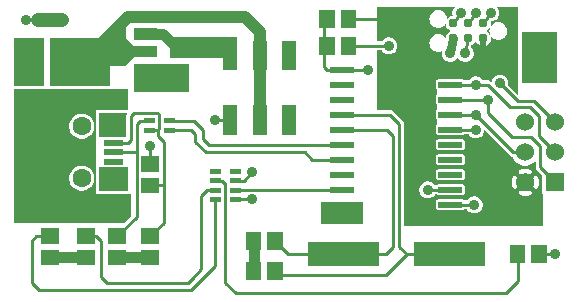
<source format=gbr>
G04 start of page 2 for group 0 idx 0 *
G04 Title: (unknown), top *
G04 Creator: pcb 20140316 *
G04 CreationDate: Mon 30 Nov 2015 06:11:34 PM GMT UTC *
G04 For: ndholmes *
G04 Format: Gerber/RS-274X *
G04 PCB-Dimensions (mil): 1875.00 1000.00 *
G04 PCB-Coordinate-Origin: lower left *
%MOIN*%
%FSLAX25Y25*%
%LNTOP*%
%ADD34C,0.0433*%
%ADD33C,0.0390*%
%ADD32C,0.0380*%
%ADD31C,0.0360*%
%ADD30R,0.0340X0.0340*%
%ADD29R,0.0945X0.0945*%
%ADD28R,0.0378X0.0378*%
%ADD27R,0.0197X0.0197*%
%ADD26R,0.0470X0.0470*%
%ADD25R,0.0630X0.0630*%
%ADD24R,0.0167X0.0167*%
%ADD23R,0.0787X0.0787*%
%ADD22R,0.0200X0.0200*%
%ADD21R,0.0512X0.0512*%
%ADD20C,0.0310*%
%ADD19C,0.0633*%
%ADD18C,0.0600*%
%ADD17C,0.0450*%
%ADD16C,0.0400*%
%ADD15C,0.0350*%
%ADD14C,0.0200*%
%ADD13C,0.0300*%
%ADD12C,0.0100*%
%ADD11C,0.0001*%
G54D11*G36*
X104000Y33500D02*X118000D01*
Y26000D01*
X104000D01*
Y33500D01*
G37*
G36*
X171000Y90000D02*X182500D01*
Y73000D01*
X171000D01*
Y90000D01*
G37*
G36*
X175613Y44429D02*X175659Y44317D01*
X175783Y44116D01*
X175936Y43936D01*
X175981Y43898D01*
X177501Y42377D01*
X177514Y36765D01*
X177569Y36535D01*
X177659Y36317D01*
X177783Y36116D01*
X177936Y35936D01*
X178000Y35881D01*
Y25500D01*
X175613D01*
Y37853D01*
X175656Y37860D01*
X175768Y37897D01*
X175873Y37952D01*
X175968Y38022D01*
X176051Y38106D01*
X176119Y38202D01*
X176170Y38308D01*
X176318Y38716D01*
X176422Y39137D01*
X176484Y39567D01*
X176505Y40000D01*
X176484Y40433D01*
X176422Y40863D01*
X176318Y41284D01*
X176175Y41694D01*
X176122Y41800D01*
X176053Y41896D01*
X175970Y41981D01*
X175875Y42051D01*
X175769Y42106D01*
X175657Y42143D01*
X175613Y42151D01*
Y44429D01*
G37*
G36*
X172002Y45486D02*X172706Y45542D01*
X173395Y45707D01*
X174049Y45978D01*
X174653Y46348D01*
X175192Y46808D01*
X175500Y47169D01*
Y45059D01*
X175495Y45000D01*
X175514Y44765D01*
X175569Y44535D01*
X175613Y44429D01*
Y42151D01*
X175540Y42163D01*
X175421Y42164D01*
X175304Y42146D01*
X175191Y42110D01*
X175085Y42057D01*
X174988Y41988D01*
X174904Y41905D01*
X174833Y41809D01*
X174779Y41704D01*
X174741Y41592D01*
X174722Y41475D01*
X174721Y41356D01*
X174739Y41239D01*
X174777Y41126D01*
X174876Y40855D01*
X174944Y40575D01*
X174986Y40289D01*
X175000Y40000D01*
X174986Y39711D01*
X174944Y39425D01*
X174876Y39145D01*
X174780Y38872D01*
X174742Y38761D01*
X174725Y38644D01*
X174725Y38526D01*
X174745Y38409D01*
X174782Y38297D01*
X174836Y38193D01*
X174906Y38098D01*
X174991Y38015D01*
X175087Y37946D01*
X175192Y37893D01*
X175305Y37857D01*
X175421Y37840D01*
X175539Y37841D01*
X175613Y37853D01*
Y25500D01*
X172002D01*
Y35495D01*
X172433Y35516D01*
X172863Y35578D01*
X173284Y35682D01*
X173694Y35825D01*
X173800Y35878D01*
X173896Y35947D01*
X173981Y36030D01*
X174051Y36125D01*
X174106Y36231D01*
X174143Y36343D01*
X174163Y36460D01*
X174164Y36579D01*
X174146Y36696D01*
X174110Y36809D01*
X174057Y36915D01*
X173988Y37012D01*
X173905Y37096D01*
X173809Y37167D01*
X173704Y37221D01*
X173592Y37259D01*
X173475Y37278D01*
X173356Y37279D01*
X173239Y37261D01*
X173126Y37223D01*
X172855Y37124D01*
X172575Y37056D01*
X172289Y37014D01*
X172002Y37000D01*
Y43000D01*
X172289Y42986D01*
X172575Y42944D01*
X172855Y42876D01*
X173128Y42780D01*
X173239Y42742D01*
X173356Y42725D01*
X173474Y42725D01*
X173591Y42745D01*
X173703Y42782D01*
X173807Y42836D01*
X173902Y42906D01*
X173985Y42991D01*
X174054Y43087D01*
X174107Y43192D01*
X174143Y43305D01*
X174160Y43421D01*
X174159Y43539D01*
X174140Y43656D01*
X174103Y43768D01*
X174048Y43873D01*
X173978Y43968D01*
X173894Y44051D01*
X173798Y44119D01*
X173692Y44170D01*
X173284Y44318D01*
X172863Y44422D01*
X172433Y44484D01*
X172002Y44505D01*
Y45486D01*
G37*
G36*
X168387Y47302D02*X168808Y46808D01*
X169347Y46348D01*
X169951Y45978D01*
X170605Y45707D01*
X171294Y45542D01*
X172000Y45486D01*
X172002Y45486D01*
Y44505D01*
X172000Y44505D01*
X171567Y44484D01*
X171137Y44422D01*
X170716Y44318D01*
X170306Y44175D01*
X170200Y44122D01*
X170104Y44053D01*
X170019Y43970D01*
X169949Y43875D01*
X169894Y43769D01*
X169857Y43657D01*
X169837Y43540D01*
X169836Y43421D01*
X169854Y43304D01*
X169890Y43191D01*
X169943Y43085D01*
X170012Y42988D01*
X170095Y42904D01*
X170191Y42833D01*
X170296Y42779D01*
X170408Y42741D01*
X170525Y42722D01*
X170644Y42721D01*
X170761Y42739D01*
X170874Y42777D01*
X171145Y42876D01*
X171425Y42944D01*
X171711Y42986D01*
X172000Y43000D01*
X172002Y43000D01*
Y37000D01*
X172000Y37000D01*
X171711Y37014D01*
X171425Y37056D01*
X171145Y37124D01*
X170872Y37220D01*
X170761Y37258D01*
X170644Y37275D01*
X170526Y37275D01*
X170409Y37255D01*
X170297Y37218D01*
X170193Y37164D01*
X170098Y37094D01*
X170015Y37009D01*
X169946Y36913D01*
X169893Y36808D01*
X169857Y36695D01*
X169840Y36579D01*
X169841Y36461D01*
X169860Y36344D01*
X169897Y36232D01*
X169952Y36127D01*
X170022Y36032D01*
X170106Y35949D01*
X170202Y35881D01*
X170308Y35830D01*
X170716Y35682D01*
X171137Y35578D01*
X171567Y35516D01*
X172000Y35495D01*
X172002Y35495D01*
Y25500D01*
X168387D01*
Y37849D01*
X168460Y37837D01*
X168579Y37836D01*
X168696Y37854D01*
X168809Y37890D01*
X168915Y37943D01*
X169012Y38012D01*
X169096Y38095D01*
X169167Y38191D01*
X169221Y38296D01*
X169259Y38408D01*
X169278Y38525D01*
X169279Y38644D01*
X169261Y38761D01*
X169223Y38874D01*
X169124Y39145D01*
X169056Y39425D01*
X169014Y39711D01*
X169000Y40000D01*
X169014Y40289D01*
X169056Y40575D01*
X169124Y40855D01*
X169220Y41128D01*
X169258Y41239D01*
X169275Y41356D01*
X169275Y41474D01*
X169255Y41591D01*
X169218Y41703D01*
X169164Y41807D01*
X169094Y41902D01*
X169009Y41985D01*
X168913Y42054D01*
X168808Y42107D01*
X168695Y42143D01*
X168579Y42160D01*
X168461Y42159D01*
X168387Y42147D01*
Y47302D01*
G37*
G36*
X161000Y50000D02*X165879D01*
X166898Y48981D01*
X166936Y48936D01*
X167115Y48783D01*
X167116Y48783D01*
X167317Y48659D01*
X167535Y48569D01*
X167743Y48519D01*
X167978Y47951D01*
X168348Y47347D01*
X168387Y47302D01*
Y42147D01*
X168344Y42140D01*
X168232Y42103D01*
X168127Y42048D01*
X168032Y41978D01*
X167949Y41894D01*
X167881Y41798D01*
X167830Y41692D01*
X167682Y41284D01*
X167578Y40863D01*
X167516Y40433D01*
X167495Y40000D01*
X167516Y39567D01*
X167578Y39137D01*
X167682Y38716D01*
X167825Y38306D01*
X167878Y38200D01*
X167947Y38104D01*
X168030Y38019D01*
X168125Y37949D01*
X168231Y37894D01*
X168343Y37857D01*
X168387Y37849D01*
Y25500D01*
X161000D01*
Y50000D01*
G37*
G36*
X147000Y90654D02*X147210Y90567D01*
X147490Y90500D01*
X147210Y90433D01*
X147000Y90346D01*
Y90654D01*
G37*
G36*
Y98500D02*X148530D01*
X148514Y98486D01*
X148228Y98151D01*
X147997Y97775D01*
X147829Y97368D01*
X147726Y96939D01*
X147691Y96500D01*
X147726Y96061D01*
X147829Y95632D01*
X147864Y95547D01*
X147600Y95526D01*
X147210Y95433D01*
X147000Y95346D01*
Y98500D01*
G37*
G36*
X168387Y47302D02*X168808Y46808D01*
X169347Y46348D01*
X169500Y46254D01*
Y25500D01*
X168387D01*
Y37849D01*
X168460Y37837D01*
X168579Y37836D01*
X168696Y37854D01*
X168809Y37890D01*
X168915Y37943D01*
X169012Y38012D01*
X169096Y38095D01*
X169167Y38191D01*
X169221Y38296D01*
X169259Y38408D01*
X169278Y38525D01*
X169279Y38644D01*
X169261Y38761D01*
X169223Y38874D01*
X169124Y39145D01*
X169056Y39425D01*
X169014Y39711D01*
X169000Y40000D01*
X169014Y40289D01*
X169056Y40575D01*
X169124Y40855D01*
X169220Y41128D01*
X169258Y41239D01*
X169275Y41356D01*
X169275Y41474D01*
X169255Y41591D01*
X169218Y41703D01*
X169164Y41807D01*
X169094Y41902D01*
X169009Y41985D01*
X168913Y42054D01*
X168808Y42107D01*
X168695Y42143D01*
X168579Y42160D01*
X168461Y42159D01*
X168387Y42147D01*
Y47302D01*
G37*
G36*
X147000Y55704D02*X151126Y55707D01*
X151248Y55737D01*
X151364Y55785D01*
X151472Y55851D01*
X151567Y55933D01*
X151625Y56000D01*
X153135D01*
X153228Y55849D01*
X153514Y55514D01*
X153849Y55228D01*
X154225Y54997D01*
X154632Y54829D01*
X155061Y54726D01*
X155500Y54691D01*
X155939Y54726D01*
X156368Y54829D01*
X156775Y54997D01*
X157151Y55228D01*
X157486Y55514D01*
X157772Y55849D01*
X158003Y56225D01*
X158171Y56632D01*
X158274Y57061D01*
X158300Y57500D01*
X158379D01*
X166898Y48981D01*
X166936Y48936D01*
X167115Y48783D01*
X167116Y48783D01*
X167317Y48659D01*
X167535Y48569D01*
X167743Y48519D01*
X167978Y47951D01*
X168348Y47347D01*
X168387Y47302D01*
Y42147D01*
X168344Y42140D01*
X168232Y42103D01*
X168127Y42048D01*
X168032Y41978D01*
X167949Y41894D01*
X167881Y41798D01*
X167830Y41692D01*
X167682Y41284D01*
X167578Y40863D01*
X167516Y40433D01*
X167495Y40000D01*
X167516Y39567D01*
X167578Y39137D01*
X167682Y38716D01*
X167825Y38306D01*
X167878Y38200D01*
X167947Y38104D01*
X168030Y38019D01*
X168125Y37949D01*
X168231Y37894D01*
X168343Y37857D01*
X168387Y37849D01*
Y25500D01*
X147000D01*
Y30704D01*
X151126Y30707D01*
X151248Y30737D01*
X151364Y30785D01*
X151472Y30851D01*
X151567Y30933D01*
X151625Y31000D01*
X152635D01*
X152728Y30849D01*
X153014Y30514D01*
X153349Y30228D01*
X153725Y29997D01*
X154132Y29829D01*
X154561Y29726D01*
X155000Y29691D01*
X155439Y29726D01*
X155868Y29829D01*
X156275Y29997D01*
X156651Y30228D01*
X156986Y30514D01*
X157272Y30849D01*
X157503Y31225D01*
X157671Y31632D01*
X157774Y32061D01*
X157800Y32500D01*
X157774Y32939D01*
X157671Y33368D01*
X157503Y33775D01*
X157272Y34151D01*
X156986Y34486D01*
X156651Y34772D01*
X156275Y35003D01*
X155868Y35171D01*
X155439Y35274D01*
X155000Y35309D01*
X154561Y35274D01*
X154132Y35171D01*
X153725Y35003D01*
X153349Y34772D01*
X153014Y34486D01*
X152728Y34151D01*
X152635Y34000D01*
X151625D01*
X151567Y34067D01*
X151472Y34149D01*
X151364Y34215D01*
X151248Y34263D01*
X151126Y34293D01*
X151000Y34300D01*
X147000Y34296D01*
Y35704D01*
X151126Y35707D01*
X151248Y35737D01*
X151364Y35785D01*
X151472Y35851D01*
X151567Y35933D01*
X151649Y36028D01*
X151715Y36136D01*
X151763Y36252D01*
X151793Y36374D01*
X151800Y36500D01*
X151793Y38626D01*
X151763Y38748D01*
X151715Y38864D01*
X151649Y38972D01*
X151567Y39067D01*
X151472Y39149D01*
X151364Y39215D01*
X151248Y39263D01*
X151126Y39293D01*
X151000Y39300D01*
X147000Y39296D01*
Y40704D01*
X151126Y40707D01*
X151248Y40737D01*
X151364Y40785D01*
X151472Y40851D01*
X151567Y40933D01*
X151649Y41028D01*
X151715Y41136D01*
X151763Y41252D01*
X151793Y41374D01*
X151800Y41500D01*
X151793Y43626D01*
X151763Y43748D01*
X151715Y43864D01*
X151649Y43972D01*
X151567Y44067D01*
X151472Y44149D01*
X151364Y44215D01*
X151248Y44263D01*
X151126Y44293D01*
X151000Y44300D01*
X147000Y44296D01*
Y45704D01*
X151126Y45707D01*
X151248Y45737D01*
X151364Y45785D01*
X151472Y45851D01*
X151567Y45933D01*
X151649Y46028D01*
X151715Y46136D01*
X151763Y46252D01*
X151793Y46374D01*
X151800Y46500D01*
X151793Y48626D01*
X151763Y48748D01*
X151715Y48864D01*
X151649Y48972D01*
X151567Y49067D01*
X151472Y49149D01*
X151364Y49215D01*
X151248Y49263D01*
X151126Y49293D01*
X151000Y49300D01*
X147000Y49296D01*
Y50704D01*
X151126Y50707D01*
X151248Y50737D01*
X151364Y50785D01*
X151472Y50851D01*
X151567Y50933D01*
X151649Y51028D01*
X151715Y51136D01*
X151763Y51252D01*
X151793Y51374D01*
X151800Y51500D01*
X151793Y53626D01*
X151763Y53748D01*
X151715Y53864D01*
X151649Y53972D01*
X151567Y54067D01*
X151472Y54149D01*
X151364Y54215D01*
X151248Y54263D01*
X151126Y54293D01*
X151000Y54300D01*
X147000Y54296D01*
Y55704D01*
G37*
G36*
X162995Y95213D02*X163003Y95225D01*
X163171Y95632D01*
X163274Y96061D01*
X163300Y96500D01*
X163274Y96939D01*
X163171Y97368D01*
X163003Y97775D01*
X162995Y97787D01*
Y98500D01*
X169500D01*
Y69121D01*
X166233Y72389D01*
X166274Y72561D01*
X166300Y73000D01*
X166274Y73439D01*
X166171Y73868D01*
X166003Y74275D01*
X165772Y74651D01*
X165486Y74986D01*
X165151Y75272D01*
X164775Y75503D01*
X164368Y75671D01*
X163939Y75774D01*
X163500Y75809D01*
X163061Y75774D01*
X162995Y75758D01*
Y87541D01*
X163000Y87541D01*
X163463Y87577D01*
X163914Y87686D01*
X164343Y87863D01*
X164739Y88106D01*
X165092Y88408D01*
X165394Y88761D01*
X165637Y89157D01*
X165814Y89586D01*
X165923Y90037D01*
X165950Y90500D01*
X165923Y90963D01*
X165814Y91414D01*
X165637Y91843D01*
X165394Y92239D01*
X165092Y92592D01*
X164739Y92894D01*
X164343Y93137D01*
X163914Y93314D01*
X163463Y93423D01*
X163000Y93459D01*
X162995Y93459D01*
Y95213D01*
G37*
G36*
Y97787D02*X162772Y98151D01*
X162486Y98486D01*
X162470Y98500D01*
X162995D01*
Y97787D01*
G37*
G36*
X160550Y93000D02*X160526Y93400D01*
X160456Y93695D01*
X160500Y93691D01*
X160939Y93726D01*
X161368Y93829D01*
X161775Y93997D01*
X162151Y94228D01*
X162486Y94514D01*
X162772Y94849D01*
X162995Y95213D01*
Y93459D01*
X162537Y93423D01*
X162086Y93314D01*
X161657Y93137D01*
X161261Y92894D01*
X160908Y92592D01*
X160606Y92239D01*
X160363Y91843D01*
X160186Y91414D01*
X160077Y90963D01*
X160041Y90500D01*
X160077Y90037D01*
X160186Y89586D01*
X160363Y89157D01*
X160606Y88761D01*
X160908Y88408D01*
X161261Y88106D01*
X161657Y87863D01*
X162086Y87686D01*
X162537Y87577D01*
X162995Y87541D01*
Y75758D01*
X162632Y75671D01*
X162225Y75503D01*
X161849Y75272D01*
X161514Y74986D01*
X161228Y74651D01*
X160997Y74275D01*
X160829Y73868D01*
X160726Y73439D01*
X160723Y73399D01*
X160602Y73519D01*
X160564Y73564D01*
X160384Y73717D01*
X160183Y73841D01*
X159965Y73931D01*
X159735Y73986D01*
X159735Y73986D01*
X159500Y74005D01*
X159441Y74000D01*
X157865D01*
X157772Y74151D01*
X157486Y74486D01*
X157151Y74772D01*
X156775Y75003D01*
X156368Y75171D01*
X155939Y75274D01*
X155500Y75309D01*
X155061Y75274D01*
X154632Y75171D01*
X154225Y75003D01*
X153849Y74772D01*
X153514Y74486D01*
X153228Y74151D01*
X153135Y74000D01*
X151625D01*
X151567Y74067D01*
X151472Y74149D01*
X151364Y74215D01*
X151248Y74263D01*
X151126Y74293D01*
X151000Y74300D01*
X147000Y74296D01*
Y80191D01*
X147439Y80226D01*
X147868Y80329D01*
X148275Y80497D01*
X148651Y80728D01*
X148986Y81014D01*
X149272Y81349D01*
X149500Y81721D01*
X149728Y81349D01*
X150014Y81014D01*
X150349Y80728D01*
X150725Y80497D01*
X151132Y80329D01*
X151561Y80226D01*
X152000Y80191D01*
X152439Y80226D01*
X152868Y80329D01*
X153275Y80497D01*
X153651Y80728D01*
X153986Y81014D01*
X154272Y81349D01*
X154503Y81725D01*
X154671Y82132D01*
X154774Y82561D01*
X154800Y83000D01*
X154774Y83439D01*
X154671Y83868D01*
X154503Y84275D01*
X154272Y84651D01*
X153986Y84986D01*
X153936Y85029D01*
X154066Y85681D01*
X154161Y85721D01*
X154503Y85931D01*
X154809Y86191D01*
X155069Y86497D01*
X155279Y86839D01*
X155433Y87210D01*
X155500Y87490D01*
X155567Y87210D01*
X155721Y86839D01*
X155931Y86497D01*
X156191Y86191D01*
X156497Y85931D01*
X156839Y85721D01*
X157210Y85567D01*
X157600Y85474D01*
X158000Y85442D01*
X158400Y85474D01*
X158790Y85567D01*
X159161Y85721D01*
X159503Y85931D01*
X159809Y86191D01*
X160069Y86497D01*
X160279Y86839D01*
X160433Y87210D01*
X160526Y87600D01*
X160550Y88000D01*
X160526Y88400D01*
X160433Y88790D01*
X160279Y89161D01*
X160069Y89503D01*
X159809Y89809D01*
X159503Y90069D01*
X159161Y90279D01*
X158790Y90433D01*
X158510Y90500D01*
X158790Y90567D01*
X159161Y90721D01*
X159503Y90931D01*
X159809Y91191D01*
X160069Y91497D01*
X160279Y91839D01*
X160433Y92210D01*
X160526Y92600D01*
X160550Y93000D01*
G37*
G36*
X147000Y74296D02*X142874Y74293D01*
X142752Y74263D01*
X142636Y74215D01*
X142528Y74149D01*
X142433Y74067D01*
X142351Y73972D01*
X142285Y73864D01*
X142237Y73748D01*
X142207Y73626D01*
X142200Y73500D01*
X142207Y71374D01*
X142237Y71252D01*
X142285Y71136D01*
X142351Y71028D01*
X142433Y70933D01*
X142500Y70875D01*
Y69125D01*
X142433Y69067D01*
X142351Y68972D01*
X142285Y68864D01*
X142237Y68748D01*
X142207Y68626D01*
X142200Y68500D01*
X142207Y66374D01*
X142237Y66252D01*
X142285Y66136D01*
X142351Y66028D01*
X142433Y65933D01*
X142500Y65875D01*
Y64125D01*
X142433Y64067D01*
X142351Y63972D01*
X142285Y63864D01*
X142237Y63748D01*
X142207Y63626D01*
X142200Y63500D01*
X142207Y61374D01*
X142237Y61252D01*
X142285Y61136D01*
X142351Y61028D01*
X142433Y60933D01*
X142500Y60875D01*
Y59125D01*
X142433Y59067D01*
X142351Y58972D01*
X142285Y58864D01*
X142237Y58748D01*
X142207Y58626D01*
X142200Y58500D01*
X142207Y56374D01*
X142237Y56252D01*
X142285Y56136D01*
X142351Y56028D01*
X142433Y55933D01*
X142528Y55851D01*
X142636Y55785D01*
X142752Y55737D01*
X142874Y55707D01*
X143000Y55700D01*
X147000Y55704D01*
Y54296D01*
X142874Y54293D01*
X142752Y54263D01*
X142636Y54215D01*
X142528Y54149D01*
X142433Y54067D01*
X142351Y53972D01*
X142285Y53864D01*
X142237Y53748D01*
X142207Y53626D01*
X142200Y53500D01*
X142207Y51374D01*
X142237Y51252D01*
X142285Y51136D01*
X142351Y51028D01*
X142433Y50933D01*
X142528Y50851D01*
X142636Y50785D01*
X142752Y50737D01*
X142874Y50707D01*
X143000Y50700D01*
X147000Y50704D01*
Y49296D01*
X142874Y49293D01*
X142752Y49263D01*
X142636Y49215D01*
X142528Y49149D01*
X142433Y49067D01*
X142351Y48972D01*
X142285Y48864D01*
X142237Y48748D01*
X142207Y48626D01*
X142200Y48500D01*
X142207Y46374D01*
X142237Y46252D01*
X142285Y46136D01*
X142351Y46028D01*
X142433Y45933D01*
X142528Y45851D01*
X142636Y45785D01*
X142752Y45737D01*
X142874Y45707D01*
X143000Y45700D01*
X147000Y45704D01*
Y44296D01*
X142874Y44293D01*
X142752Y44263D01*
X142636Y44215D01*
X142528Y44149D01*
X142433Y44067D01*
X142351Y43972D01*
X142285Y43864D01*
X142237Y43748D01*
X142207Y43626D01*
X142200Y43500D01*
X142207Y41374D01*
X142237Y41252D01*
X142285Y41136D01*
X142351Y41028D01*
X142433Y40933D01*
X142528Y40851D01*
X142636Y40785D01*
X142752Y40737D01*
X142874Y40707D01*
X143000Y40700D01*
X147000Y40704D01*
Y39296D01*
X142874Y39293D01*
X142752Y39263D01*
X142636Y39215D01*
X142528Y39149D01*
X142433Y39067D01*
X142375Y39000D01*
X141865D01*
X141772Y39151D01*
X141486Y39486D01*
X141151Y39772D01*
X140775Y40003D01*
X140368Y40171D01*
X139939Y40274D01*
X139500Y40309D01*
X139061Y40274D01*
X138632Y40171D01*
X138225Y40003D01*
X137849Y39772D01*
X137514Y39486D01*
X137228Y39151D01*
X136997Y38775D01*
X136829Y38368D01*
X136726Y37939D01*
X136691Y37500D01*
X136726Y37061D01*
X136829Y36632D01*
X136997Y36225D01*
X137228Y35849D01*
X137514Y35514D01*
X137849Y35228D01*
X138225Y34997D01*
X138632Y34829D01*
X139061Y34726D01*
X139500Y34691D01*
X139939Y34726D01*
X140368Y34829D01*
X140775Y34997D01*
X141151Y35228D01*
X141486Y35514D01*
X141772Y35849D01*
X141865Y36000D01*
X142375D01*
X142433Y35933D01*
X142528Y35851D01*
X142636Y35785D01*
X142752Y35737D01*
X142874Y35707D01*
X143000Y35700D01*
X147000Y35704D01*
Y34296D01*
X142874Y34293D01*
X142752Y34263D01*
X142636Y34215D01*
X142528Y34149D01*
X142433Y34067D01*
X142351Y33972D01*
X142285Y33864D01*
X142237Y33748D01*
X142207Y33626D01*
X142200Y33500D01*
X142207Y31374D01*
X142237Y31252D01*
X142285Y31136D01*
X142351Y31028D01*
X142433Y30933D01*
X142528Y30851D01*
X142636Y30785D01*
X142752Y30737D01*
X142874Y30707D01*
X143000Y30700D01*
X147000Y30704D01*
Y25500D01*
X131500D01*
Y59441D01*
X131505Y59500D01*
X131486Y59735D01*
X131431Y59965D01*
X131341Y60183D01*
X131217Y60384D01*
X131064Y60564D01*
X131019Y60602D01*
X128102Y63519D01*
X128064Y63564D01*
X127884Y63717D01*
X127683Y63841D01*
X127465Y63931D01*
X127235Y63986D01*
X127000Y64005D01*
X126941Y64000D01*
X122500D01*
Y84000D01*
X124135D01*
X124228Y83849D01*
X124514Y83514D01*
X124849Y83228D01*
X125225Y82997D01*
X125632Y82829D01*
X126061Y82726D01*
X126500Y82691D01*
X126939Y82726D01*
X127368Y82829D01*
X127775Y82997D01*
X128151Y83228D01*
X128486Y83514D01*
X128772Y83849D01*
X129003Y84225D01*
X129171Y84632D01*
X129274Y85061D01*
X129300Y85500D01*
X129274Y85939D01*
X129171Y86368D01*
X129003Y86775D01*
X128772Y87151D01*
X128486Y87486D01*
X128151Y87772D01*
X127775Y88003D01*
X127368Y88171D01*
X126939Y88274D01*
X126500Y88309D01*
X126061Y88274D01*
X125632Y88171D01*
X125225Y88003D01*
X124849Y87772D01*
X124514Y87486D01*
X124228Y87151D01*
X124135Y87000D01*
X122500D01*
Y98500D01*
X147000D01*
Y95346D01*
X146839Y95279D01*
X146497Y95069D01*
X146191Y94809D01*
X145949Y94524D01*
X145923Y94963D01*
X145814Y95414D01*
X145637Y95843D01*
X145394Y96239D01*
X145092Y96592D01*
X144739Y96894D01*
X144343Y97137D01*
X143914Y97314D01*
X143463Y97423D01*
X143000Y97459D01*
X142537Y97423D01*
X142086Y97314D01*
X141657Y97137D01*
X141261Y96894D01*
X140908Y96592D01*
X140606Y96239D01*
X140363Y95843D01*
X140186Y95414D01*
X140077Y94963D01*
X140041Y94500D01*
X140077Y94037D01*
X140186Y93586D01*
X140363Y93157D01*
X140606Y92761D01*
X140908Y92408D01*
X141261Y92106D01*
X141657Y91863D01*
X142086Y91686D01*
X142537Y91577D01*
X143000Y91541D01*
X143463Y91577D01*
X143914Y91686D01*
X144343Y91863D01*
X144739Y92106D01*
X145092Y92408D01*
X145394Y92761D01*
X145453Y92858D01*
X145474Y92600D01*
X145567Y92210D01*
X145721Y91839D01*
X145931Y91497D01*
X146191Y91191D01*
X146497Y90931D01*
X146839Y90721D01*
X147000Y90654D01*
Y90346D01*
X146839Y90279D01*
X146497Y90069D01*
X146191Y89809D01*
X145931Y89503D01*
X145721Y89161D01*
X145567Y88790D01*
X145474Y88400D01*
X145453Y88142D01*
X145394Y88239D01*
X145092Y88592D01*
X144739Y88894D01*
X144343Y89137D01*
X143914Y89314D01*
X143463Y89423D01*
X143000Y89459D01*
X142537Y89423D01*
X142086Y89314D01*
X141657Y89137D01*
X141261Y88894D01*
X140908Y88592D01*
X140606Y88239D01*
X140363Y87843D01*
X140186Y87414D01*
X140077Y86963D01*
X140041Y86500D01*
X140077Y86037D01*
X140186Y85586D01*
X140363Y85157D01*
X140606Y84761D01*
X140908Y84408D01*
X141261Y84106D01*
X141657Y83863D01*
X142086Y83686D01*
X142537Y83577D01*
X143000Y83541D01*
X143463Y83577D01*
X143914Y83686D01*
X144326Y83856D01*
X144226Y83439D01*
X144191Y83000D01*
X144226Y82561D01*
X144329Y82132D01*
X144497Y81725D01*
X144728Y81349D01*
X145014Y81014D01*
X145349Y80728D01*
X145725Y80497D01*
X146132Y80329D01*
X146561Y80226D01*
X147000Y80191D01*
Y74296D01*
G37*
G36*
X11500Y88000D02*Y72000D01*
X1500D01*
Y88000D01*
X11500D01*
G37*
G36*
X13500Y72000D02*Y88000D01*
X33500D01*
Y72000D01*
X13500D01*
G37*
G36*
X53738Y88500D02*X76000D01*
Y81500D01*
X53500D01*
Y87999D01*
X53595Y88154D01*
X53738Y88500D01*
G37*
G36*
X37565Y82000D02*X34000D01*
Y92000D01*
X39000D01*
Y83442D01*
X37565Y82000D01*
G37*
G36*
X41500Y70000D02*Y79500D01*
X60000D01*
Y70000D01*
X41500D01*
G37*
G36*
X30000Y37000D02*Y45000D01*
X39500D01*
Y37000D01*
X30000D01*
G37*
G36*
X1500Y71000D02*X26500D01*
Y62089D01*
X26019Y62384D01*
X25413Y62635D01*
X24776Y62788D01*
X24122Y62839D01*
X23468Y62788D01*
X22831Y62635D01*
X22225Y62384D01*
X21666Y62041D01*
X21167Y61616D01*
X20742Y61117D01*
X20399Y60558D01*
X20148Y59952D01*
X19995Y59315D01*
X19944Y58661D01*
X19995Y58007D01*
X20148Y57370D01*
X20399Y56764D01*
X20742Y56205D01*
X21167Y55706D01*
X21666Y55281D01*
X22225Y54938D01*
X22831Y54687D01*
X23468Y54534D01*
X24122Y54483D01*
X24776Y54534D01*
X25413Y54687D01*
X26019Y54938D01*
X26500Y55233D01*
Y44767D01*
X26019Y45062D01*
X25413Y45313D01*
X24776Y45466D01*
X24122Y45517D01*
X23468Y45466D01*
X22831Y45313D01*
X22225Y45062D01*
X21666Y44719D01*
X21167Y44294D01*
X20742Y43795D01*
X20399Y43236D01*
X20148Y42630D01*
X19995Y41993D01*
X19944Y41339D01*
X19995Y40685D01*
X20148Y40048D01*
X20399Y39442D01*
X20742Y38883D01*
X21167Y38384D01*
X21666Y37959D01*
X22225Y37616D01*
X22831Y37365D01*
X23468Y37212D01*
X24122Y37161D01*
X24776Y37212D01*
X25413Y37365D01*
X26019Y37616D01*
X26500Y37911D01*
Y26500D01*
X1500D01*
Y71000D01*
G37*
G36*
X25500Y36000D02*X40500D01*
Y28664D01*
X38336Y26500D01*
X25500D01*
Y36000D01*
G37*
G36*
X26000Y71000D02*X39500D01*
Y64000D01*
X26000D01*
Y71000D01*
G37*
G36*
X25000Y65000D02*X29000D01*
Y34500D01*
X25000D01*
Y37266D01*
X25413Y37365D01*
X26019Y37616D01*
X26578Y37959D01*
X27077Y38384D01*
X27502Y38883D01*
X27845Y39442D01*
X28096Y40048D01*
X28249Y40685D01*
X28288Y41339D01*
X28249Y41993D01*
X28096Y42630D01*
X27845Y43236D01*
X27502Y43795D01*
X27077Y44294D01*
X26578Y44719D01*
X26019Y45062D01*
X25413Y45313D01*
X25000Y45412D01*
Y54588D01*
X25413Y54687D01*
X26019Y54938D01*
X26578Y55281D01*
X27077Y55706D01*
X27502Y56205D01*
X27845Y56764D01*
X28096Y57370D01*
X28249Y58007D01*
X28288Y58661D01*
X28249Y59315D01*
X28096Y59952D01*
X27845Y60558D01*
X27502Y61117D01*
X27077Y61616D01*
X26578Y62041D01*
X26019Y62384D01*
X25413Y62635D01*
X25000Y62734D01*
Y65000D01*
G37*
G36*
X30000Y55000D02*Y63000D01*
X39381D01*
X39283Y62884D01*
X39159Y62683D01*
X39069Y62465D01*
X39014Y62235D01*
X39014Y62235D01*
X38995Y62000D01*
X39000Y61941D01*
Y55000D01*
X30000D01*
G37*
G54D12*X111000Y62500D02*X127000D01*
X130000Y59500D01*
Y18500D01*
X111000Y57500D02*X126000D01*
X128000Y55500D01*
Y18500D01*
X130000D02*X132500Y16000D01*
X146717D01*
X147000Y37500D02*X139500D01*
X155000Y32500D02*X147000D01*
X128000Y18500D02*X125500Y16000D01*
X93043D01*
X125500Y9000D02*X88500D01*
X75500Y3000D02*X165500D01*
X169500Y7000D01*
Y16000D01*
X132500D02*X125500Y9000D01*
X113043Y85500D02*X126500D01*
G54D13*X148000Y88000D02*X147000Y83000D01*
G54D12*X153000Y88000D02*X152000Y83000D01*
G54D14*X158000Y88000D02*Y83500D01*
G54D12*X113043Y94500D02*X126000D01*
X153000Y93000D02*X155500Y96500D01*
X158000Y93000D02*X160500Y96500D01*
X148000Y93000D02*X150500Y96500D01*
X106000Y77500D02*X119500D01*
X155500Y62500D02*X168000Y50000D01*
X167500Y55000D02*X159500Y63000D01*
X147000Y57500D02*X155500D01*
X168000Y50000D02*X172000D01*
X174000Y55000D02*X167500D01*
X182000Y40000D02*X177000Y45000D01*
X182000Y16000D02*X176543D01*
X182000Y50000D02*X176500Y55500D01*
X177000Y45000D02*Y52000D01*
X174000Y55000D01*
X147000Y67500D02*X159500D01*
X147000Y62500D02*X155500D01*
X159500Y63000D02*Y67500D01*
X147000Y72500D02*X159500D01*
X167000Y65000D02*X159500Y72500D01*
X163500Y73000D02*X169500Y67000D01*
X176500Y55500D02*Y62000D01*
X173500Y65000D01*
X167000D01*
X169500Y67000D02*X175000D01*
X182000Y60000D01*
X62000Y53500D02*X65500Y50000D01*
X73700Y60675D02*X68500D01*
X65500Y50000D02*X98500D01*
X78075Y40575D02*X81000Y43500D01*
X65925Y37425D02*X64000Y35500D01*
X75348Y34276D02*X81000D01*
X68652Y37425D02*X65925D01*
X75348Y40575D02*X78075D01*
X70925D02*X72000Y39500D01*
X68652Y40575D02*X70925D01*
X71750Y39750D01*
X66500Y52500D02*X111000D01*
X106000Y77500D02*X105000Y78500D01*
Y94500D01*
X98500Y50000D02*X101000Y47500D01*
X111000D01*
X75348Y37425D02*X111000D01*
X64000Y35500D02*Y11000D01*
X68652Y34276D02*Y12152D01*
X64000Y11000D02*X59500Y6500D01*
X68652Y12152D02*X60500Y4000D01*
X93043Y16000D02*X88543Y20500D01*
G54D15*X81457D02*Y10500D01*
G54D12*X59500Y6500D02*X61500Y8500D01*
X72000Y39500D02*Y6500D01*
X75500Y3000D01*
G54D16*X28000Y83500D02*X39500Y95000D01*
G54D15*X44858Y89406D02*X51137D01*
X56500Y84043D01*
G54D17*X9500Y94000D02*X17500D01*
G54D12*X53348Y60575D02*X61425D01*
X46652D02*X43575D01*
X50000Y62500D02*X49500Y63000D01*
X41500D01*
X40500Y62000D01*
X60500Y4000D02*X16000D01*
X32500Y6500D02*X59500D01*
G54D15*X14000Y15043D02*X25000D01*
G54D12*X17000Y4000D02*X10000D01*
X7500Y6500D01*
Y20500D01*
X9000Y22000D01*
X13957D01*
X14000Y22043D01*
X25000D02*X28957D01*
X30500Y20500D01*
X42500Y28543D02*X36000Y22043D01*
X51500Y26543D02*X47000Y22043D01*
X30500Y20500D02*Y8500D01*
X32500Y6500D01*
G54D15*X47000Y14957D02*X36000D01*
G54D16*X83500Y90000D02*Y60675D01*
X39500Y95000D02*X78500D01*
X83500Y90000D01*
G54D12*X43575Y60575D02*X42500Y59500D01*
X64500Y54500D02*X66500Y52500D01*
X61425Y60575D02*X64500Y57500D01*
Y54500D01*
X60575Y57425D02*X62000Y56000D01*
Y53500D01*
X53348Y57425D02*X60575D01*
X46652D02*X49425D01*
X50000Y58000D01*
Y62500D01*
X49425Y57425D02*Y55575D01*
X51500Y53500D01*
Y26543D01*
X47000Y38957D02*X51500D01*
X40500Y62000D02*Y54000D01*
X47000Y46043D02*Y52000D01*
X42500Y59500D02*Y28543D01*
X34752Y50000D02*X42500D01*
X34752Y53150D02*X39650D01*
X40500Y54000D01*
G54D18*X182000Y60000D03*
X172000D03*
G54D11*G36*
X179000Y43000D02*Y37000D01*
X185000D01*
Y43000D01*
X179000D01*
G37*
G54D18*X182000Y50000D03*
X172000Y40000D03*
Y50000D03*
G54D19*X24122Y58661D03*
Y41339D03*
G54D20*X158000Y93000D03*
Y88000D03*
G54D21*X166957Y81893D02*Y81107D01*
X174043Y81893D02*Y81107D01*
G54D20*X153000Y93000D03*
Y88000D03*
X148000Y93000D03*
Y88000D03*
G54D22*X144000Y62500D02*X150000D01*
X144000Y67500D02*X150000D01*
X144000Y72500D02*X150000D01*
X144000Y77500D02*X150000D01*
G54D21*X176543Y16393D02*Y15607D01*
X169457Y16393D02*Y15607D01*
G54D22*X144000Y32500D02*X150000D01*
G54D23*X138843Y16000D02*X154591D01*
G54D22*X144000Y37500D02*X150000D01*
X144000Y42500D02*X150000D01*
X144000Y47500D02*X150000D01*
X144000Y52500D02*X150000D01*
X144000Y57500D02*X150000D01*
G54D24*X67717Y34276D02*X69587D01*
G54D21*X88543Y20893D02*Y20107D01*
X81457Y20893D02*Y20107D01*
X88543Y10893D02*Y10107D01*
X81457Y10893D02*Y10107D01*
G54D22*X108000Y32500D02*X114000D01*
G54D23*X103409Y16000D02*X119157D01*
G54D21*X25107Y14957D02*X25893D01*
X35607D02*X36393D01*
X46607D02*X47393D01*
X25107Y22043D02*X25893D01*
X35607D02*X36393D01*
X46607D02*X47393D01*
G54D25*X33177Y32874D02*X34752D01*
G54D21*X13107Y14957D02*X13893D01*
X13107Y22043D02*X13893D01*
G54D25*X11524Y32874D02*X13098D01*
G54D24*X74413Y40575D02*X76283D01*
X74413Y43724D02*X76283D01*
X67717D02*X69587D01*
X67717Y40575D02*X69587D01*
X67717Y37425D02*X69587D01*
X74413Y34276D02*X76283D01*
X74413Y37425D02*X76283D01*
G54D26*X73700Y84900D02*Y79750D01*
X83500Y84900D02*Y79750D01*
X93300Y84900D02*Y79750D01*
X73700Y63250D02*Y58100D01*
X83500Y63250D02*Y58100D01*
X93300Y63250D02*Y58100D01*
G54D22*X108000Y77500D02*X114000D01*
X108000Y72500D02*X114000D01*
X108000Y67500D02*X114000D01*
X108000Y62500D02*X114000D01*
X108000Y57500D02*X114000D01*
X108000Y52500D02*X114000D01*
X108000Y47500D02*X114000D01*
X108000Y42500D02*X114000D01*
X108000Y37500D02*X114000D01*
G54D21*X105957Y94893D02*Y94107D01*
Y85893D02*Y85107D01*
X113043Y94893D02*Y94107D01*
Y85893D02*Y85107D01*
G54D24*X45717Y60575D02*X47587D01*
X45717Y57425D02*X47587D01*
G54D21*X46607Y38957D02*X47393D01*
X46607Y46043D02*X47393D01*
G54D24*X52413Y57425D02*X54283D01*
X52413Y60575D02*X54283D01*
G54D27*X32587Y56299D02*X36917D01*
X32587Y53150D02*X36917D01*
X32587Y50000D02*X36917D01*
X32587Y46850D02*X36917D01*
X32587Y43701D02*X36917D01*
G54D28*X43311Y77594D02*X47405D01*
X35595Y83500D02*X47405D01*
G54D29*X31971D02*X33861D01*
G54D11*G36*
X37166Y80195D02*X40006Y83035D01*
X41426Y81615D01*
X38586Y78775D01*
X37166Y80195D01*
G37*
G36*
X38586Y88225D02*X41426Y85385D01*
X40006Y83965D01*
X37166Y86805D01*
X38586Y88225D01*
G37*
G54D30*X9600Y86100D02*Y85500D01*
X13500Y94300D02*Y93700D01*
X17400Y86100D02*Y85500D01*
G54D21*X16043Y77893D02*Y77107D01*
X8957Y77893D02*Y77107D01*
G54D28*X43311Y89406D02*X47405D01*
G54D21*X56107Y84043D02*X56893D01*
X56107Y76957D02*X56893D01*
G54D25*X11524Y67126D02*X13098D01*
X33177D02*X34752D01*
G54D31*X126500Y85500D03*
X152000Y83000D03*
X147000D03*
X126000Y94500D03*
X119500Y77500D03*
X130500Y94500D03*
X135000D03*
X155500Y96500D03*
X160500D03*
X150500D03*
X155500Y72500D03*
X159500Y67500D03*
X174000Y87000D03*
Y76000D03*
X163500Y73000D03*
X179500Y76000D03*
Y81500D03*
Y87000D03*
X81000Y43500D03*
X68500Y60675D03*
X81000Y34276D03*
X66000Y83500D03*
X53000Y72500D03*
X57500D03*
X69000Y86500D03*
X63000D03*
X139500Y37500D03*
X155500Y62500D03*
X155000Y32500D03*
X111000Y28500D03*
X115500D03*
X155500Y57500D03*
X106500Y28500D03*
X182000Y16000D03*
X81500Y15500D03*
X4000Y85500D03*
X9500Y94000D03*
X5500D03*
X17500D03*
X4000Y75500D03*
Y80500D03*
X19500Y15000D03*
X41500D03*
X37000Y39500D03*
X32500D03*
X44000Y72500D03*
X48500D03*
X47000Y52000D03*
X36500Y60500D03*
X32500D03*
G54D14*G54D32*G54D33*G54D32*G54D33*G54D34*M02*

</source>
